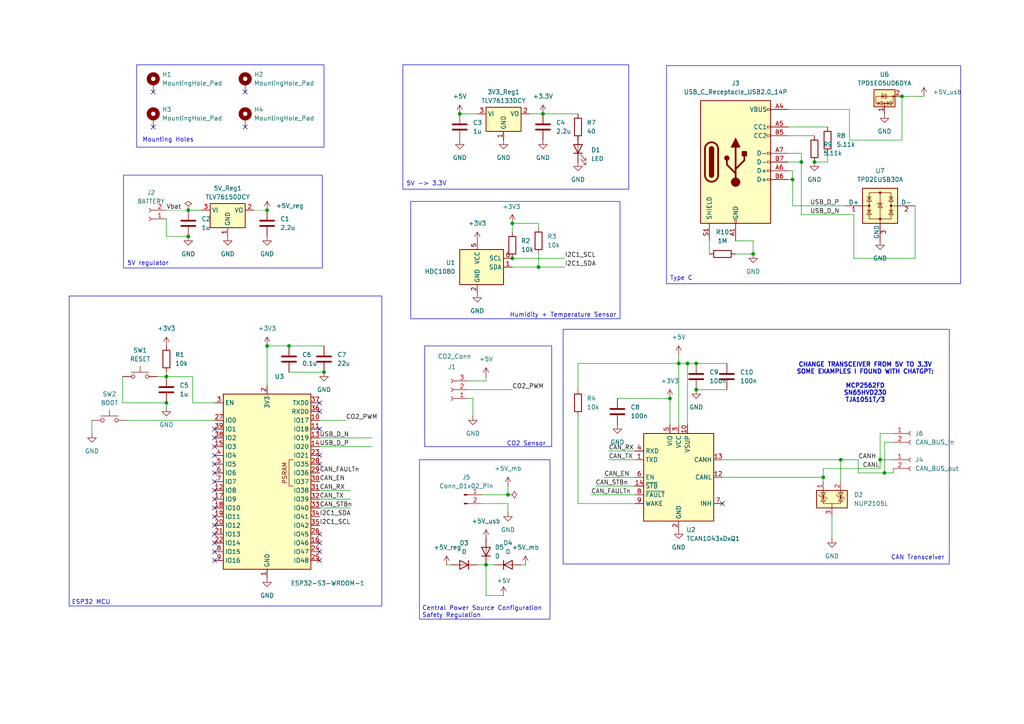
<source format=kicad_sch>
(kicad_sch (version 20231120) (generator "eeschema") (generator_version "8.0")
  (paper "A4")
  (lib_symbols
    (symbol "Connector:Conn_01x02_Pin" (pin_names (offset 1.016) hide)
      (property "Reference" "J" (at 0 2.54 0))
      (property "Value" "Conn_01x02_Pin" (at 0 -5.08 0))
      (symbol "Conn_01x02_Pin_1_1"
        (pin passive line (at 5.08 0 180) (length 3.81) (name "Pin_1") (number "1"))
        (pin passive line (at 5.08 -2.54 180) (length 3.81) (name "Pin_2") (number "2"))
      )
    )
    (symbol "Connector:Conn_01x02_Socket" (pin_names (offset 1.016) hide)
      (property "Reference" "J" (at 0 2.54 0))
      (property "Value" "Conn_01x02_Socket" (at 0 -5.08 0))
      (symbol "Conn_01x02_Socket_1_1"
        (pin passive line (at -5.08 0 0) (length 3.81) (name "Pin_1") (number "1"))
        (pin passive line (at -5.08 -2.54 0) (length 3.81) (name "Pin_2") (number "2"))
      )
    )
    (symbol "Connector:Conn_01x03_Socket" (pin_names (offset 1.016) hide)
      (property "Reference" "J" (at 0 5.08 0))
      (property "Value" "Conn_01x03_Socket" (at 0 -5.08 0))
      (symbol "Conn_01x03_Socket_1_1"
        (pin passive line (at -5.08 2.54 0) (length 3.81) (name "Pin_1") (number "1"))
        (pin passive line (at -5.08 0 0) (length 3.81) (name "Pin_2") (number "2"))
        (pin passive line (at -5.08 -2.54 0) (length 3.81) (name "Pin_3") (number "3"))
      )
    )
    (symbol "Connector:USB_C_Receptacle_USB2.0_14P" (pin_names (offset 1.016))
      (property "Reference" "J" (at 0 22.225 0))
      (property "Value" "USB_C_Receptacle_USB2.0_14P" (at 0 19.685 0))
      (symbol "USB_C_Receptacle_USB2.0_14P_1_1"
        (pin passive line (at 0 -22.86 90) (length 5.08) (name "GND") (number "A1"))
        (pin passive line (at 0 -22.86 90) (length 5.08) hide (name "GND") (number "A12"))
        (pin passive line (at 15.24 15.24 180) (length 5.08) (name "VBUS") (number "A4"))
        (pin bidirectional line (at 15.24 10.16 180) (length 5.08) (name "CC1") (number "A5"))
        (pin bidirectional line (at 15.24 -2.54 180) (length 5.08) (name "D+") (number "A6"))
        (pin bidirectional line (at 15.24 2.54 180) (length 5.08) (name "D-") (number "A7"))
        (pin passive line (at 15.24 15.24 180) (length 5.08) hide (name "VBUS") (number "A9"))
        (pin passive line (at 0 -22.86 90) (length 5.08) hide (name "GND") (number "B1"))
        (pin passive line (at 0 -22.86 90) (length 5.08) hide (name "GND") (number "B12"))
        (pin passive line (at 15.24 15.24 180) (length 5.08) hide (name "VBUS") (number "B4"))
        (pin bidirectional line (at 15.24 7.62 180) (length 5.08) (name "CC2") (number "B5"))
        (pin bidirectional line (at 15.24 -5.08 180) (length 5.08) (name "D+") (number "B6"))
        (pin bidirectional line (at 15.24 0 180) (length 5.08) (name "D-") (number "B7"))
        (pin passive line (at 15.24 15.24 180) (length 5.08) hide (name "VBUS") (number "B9"))
        (pin passive line (at -7.62 -22.86 90) (length 5.08) (name "SHIELD") (number "S1"))
      )
    )
    (symbol "Device:C" (pin_numbers hide) (pin_names (offset 0.254))
      (property "Reference" "C" (at 0.635 2.54 0))
      (property "Value" "C" (at 0.635 -2.54 0))
      (symbol "C_1_1"
        (pin passive line (at 0 3.81 270) (length 2.794) (name "~") (number "1"))
        (pin passive line (at 0 -3.81 90) (length 2.794) (name "~") (number "2"))
      )
    )
    (symbol "Device:D" (pin_numbers hide) (pin_names (offset 1.016) hide)
      (property "Reference" "D" (at 0 2.54 0))
      (property "Value" "D" (at 0 -2.54 0))
      (symbol "D_1_1"
        (pin passive line (at -3.81 0 0) (length 2.54) (name "K") (number "1"))
        (pin passive line (at 3.81 0 180) (length 2.54) (name "A") (number "2"))
      )
    )
    (symbol "Device:LED" (pin_numbers hide) (pin_names (offset 1.016) hide)
      (property "Reference" "D" (at 0 2.54 0))
      (property "Value" "LED" (at 0 -2.54 0))
      (symbol "LED_1_1"
        (pin passive line (at -3.81 0 0) (length 2.54) (name "K") (number "1"))
        (pin passive line (at 3.81 0 180) (length 2.54) (name "A") (number "2"))
      )
    )
    (symbol "Device:R" (pin_numbers hide) (pin_names (offset 0))
      (property "Reference" "R" (at 2.032 0 90))
      (property "Value" "R" (at 0 0 90))
      (symbol "R_1_1"
        (pin passive line (at 0 3.81 270) (length 1.27) (name "~") (number "1"))
        (pin passive line (at 0 -3.81 90) (length 1.27) (name "~") (number "2"))
      )
    )
    (symbol "Interface_CAN_LIN:TCAN1043xDxQ1"
      (property "Reference" "U" (at -10.16 13.97 0))
      (property "Value" "TCAN1043xDxQ1" (at 3.81 13.97 0))
      (symbol "TCAN1043xDxQ1_1_1"
        (pin input line (at -12.7 5.08 0) (length 2.54) (name "TXD") (number "1"))
        (pin power_in line (at 2.54 15.24 270) (length 2.54) (name "VSUP") (number "10"))
        (pin no_connect line (at 10.16 -10.16 180) (length 2.54) hide (name "NC") (number "11"))
        (pin bidirectional line (at 12.7 0 180) (length 2.54) (name "CANL") (number "12"))
        (pin bidirectional line (at 12.7 5.08 180) (length 2.54) (name "CANH") (number "13"))
        (pin input line (at -12.7 -2.54 0) (length 2.54) (name "~{STB}") (number "14"))
        (pin power_in line (at 0 -15.24 90) (length 2.54) (name "GND") (number "2"))
        (pin power_in line (at 0 15.24 270) (length 2.54) (name "VCC") (number "3"))
        (pin output line (at -12.7 7.62 0) (length 2.54) (name "RXD") (number "4"))
        (pin power_in line (at -2.54 15.24 270) (length 2.54) (name "VIO") (number "5"))
        (pin input line (at -12.7 0 0) (length 2.54) (name "EN") (number "6"))
        (pin open_emitter line (at 12.7 -7.62 180) (length 2.54) (name "INH") (number "7"))
        (pin output line (at -12.7 -5.08 0) (length 2.54) (name "~{FAULT}") (number "8"))
        (pin input line (at -12.7 -7.62 0) (length 2.54) (name "WAKE") (number "9"))
      )
    )
    (symbol "Mechanical:MountingHole_Pad" (pin_numbers hide) (pin_names (offset 1.016) hide) (exclude_from_sim yes) (in_bom no)
      (property "Reference" "H" (at 0 6.35 0))
      (property "Value" "MountingHole_Pad" (at 0 4.445 0))
      (symbol "MountingHole_Pad_1_1"
        (pin input line (at 0 -2.54 90) (length 2.54) (name "1") (number "1"))
      )
    )
    (symbol "Power_Protection:NUP2105L" (pin_names hide)
      (property "Reference" "D" (at 5.715 2.54 0))
      (property "Value" "NUP2105L" (at 5.715 0.635 0))
      (symbol "NUP2105L_0_0"
        (pin passive line (at 0 -5.08 90) (length 2.54) (name "A") (number "3"))
      )
      (symbol "NUP2105L_1_1"
        (pin passive line (at -2.54 5.08 270) (length 2.54) (name "K") (number "1"))
        (pin passive line (at 2.54 5.08 270) (length 2.54) (name "K") (number "2"))
      )
    )
    (symbol "Power_Protection:TPD1E05U06DYA" (pin_names (offset 0) hide)
      (property "Reference" "U" (at -2.54 3.175 0))
      (property "Value" "TPD1E05U06DYA" (at 1.27 3.175 0))
      (symbol "TPD1E05U06DYA_1_1"
        (pin passive line (at 0 -5.08 90) (length 2.54) (name "I/O") (number "1"))
        (pin power_in line (at 5.08 0 180) (length 2.54) (name "GND") (number "2"))
      )
    )
    (symbol "Power_Protection:TPD2EUSB30A" (pin_names (offset 0))
      (property "Reference" "U" (at 0 6.35 0))
      (property "Value" "TPD2EUSB30A" (at 7.62 -7.62 0))
      (symbol "TPD2EUSB30A_1_1"
        (pin passive line (at -10.16 0 0) (length 5.08) (name "D+") (number "1"))
        (pin passive line (at 10.16 0 180) (length 5.08) (name "D-") (number "2"))
        (pin passive line (at 0 -10.16 90) (length 5.08) (name "GND") (number "3"))
      )
    )
    (symbol "RF_Module:ESP32-S3-WROOM-1"
      (property "Reference" "U" (at -12.7 26.67 0))
      (property "Value" "ESP32-S3-WROOM-1" (at 12.7 26.67 0))
      (symbol "ESP32-S3-WROOM-1_0_0"
        (text "PSRAM" (at 5.08 2.54 900) (effects (font (size 1.27 1.27))))
      )
      (symbol "ESP32-S3-WROOM-1_1_1"
        (pin power_in line (at 0 -27.94 90) (length 2.54) (name "GND") (number "1"))
        (pin bidirectional line (at 15.24 17.78 180) (length 2.54) (name "IO17") (number "10"))
        (pin bidirectional line (at 15.24 15.24 180) (length 2.54) (name "IO18") (number "11"))
        (pin bidirectional line (at -15.24 -2.54 0) (length 2.54) (name "IO8") (number "12"))
        (pin bidirectional line (at 15.24 12.7 180) (length 2.54) (name "IO19") (number "13"))
        (pin bidirectional line (at 15.24 10.16 180) (length 2.54) (name "IO20") (number "14"))
        (pin bidirectional line (at -15.24 10.16 0) (length 2.54) (name "IO3") (number "15"))
        (pin bidirectional line (at 15.24 -17.78 180) (length 2.54) (name "IO46") (number "16"))
        (pin bidirectional line (at -15.24 -5.08 0) (length 2.54) (name "IO9") (number "17"))
        (pin bidirectional line (at -15.24 -7.62 0) (length 2.54) (name "IO10") (number "18"))
        (pin bidirectional line (at -15.24 -10.16 0) (length 2.54) (name "IO11") (number "19"))
        (pin power_in line (at 0 27.94 270) (length 2.54) (name "3V3") (number "2"))
        (pin bidirectional line (at -15.24 -12.7 0) (length 2.54) (name "IO12") (number "20"))
        (pin bidirectional line (at -15.24 -15.24 0) (length 2.54) (name "IO13") (number "21"))
        (pin bidirectional line (at -15.24 -17.78 0) (length 2.54) (name "IO14") (number "22"))
        (pin bidirectional line (at 15.24 7.62 180) (length 2.54) (name "IO21") (number "23"))
        (pin bidirectional line (at 15.24 -20.32 180) (length 2.54) (name "IO47") (number "24"))
        (pin bidirectional line (at 15.24 -22.86 180) (length 2.54) (name "IO48") (number "25"))
        (pin bidirectional line (at 15.24 -15.24 180) (length 2.54) (name "IO45") (number "26"))
        (pin bidirectional line (at -15.24 17.78 0) (length 2.54) (name "IO0") (number "27"))
        (pin bidirectional line (at 15.24 5.08 180) (length 2.54) (name "IO35") (number "28"))
        (pin bidirectional line (at 15.24 2.54 180) (length 2.54) (name "IO36") (number "29"))
        (pin input line (at -15.24 22.86 0) (length 2.54) (name "EN") (number "3"))
        (pin bidirectional line (at 15.24 0 180) (length 2.54) (name "IO37") (number "30"))
        (pin bidirectional line (at 15.24 -2.54 180) (length 2.54) (name "IO38") (number "31"))
        (pin bidirectional line (at 15.24 -5.08 180) (length 2.54) (name "IO39") (number "32"))
        (pin bidirectional line (at 15.24 -7.62 180) (length 2.54) (name "IO40") (number "33"))
        (pin bidirectional line (at 15.24 -10.16 180) (length 2.54) (name "IO41") (number "34"))
        (pin bidirectional line (at 15.24 -12.7 180) (length 2.54) (name "IO42") (number "35"))
        (pin bidirectional line (at 15.24 20.32 180) (length 2.54) (name "RXD0") (number "36"))
        (pin bidirectional line (at 15.24 22.86 180) (length 2.54) (name "TXD0") (number "37"))
        (pin bidirectional line (at -15.24 12.7 0) (length 2.54) (name "IO2") (number "38"))
        (pin bidirectional line (at -15.24 15.24 0) (length 2.54) (name "IO1") (number "39"))
        (pin bidirectional line (at -15.24 7.62 0) (length 2.54) (name "IO4") (number "4"))
        (pin passive line (at 0 -27.94 90) (length 2.54) hide (name "GND") (number "40"))
        (pin passive line (at 0 -27.94 90) (length 2.54) hide (name "GND") (number "41"))
        (pin bidirectional line (at -15.24 5.08 0) (length 2.54) (name "IO5") (number "5"))
        (pin bidirectional line (at -15.24 2.54 0) (length 2.54) (name "IO6") (number "6"))
        (pin bidirectional line (at -15.24 0 0) (length 2.54) (name "IO7") (number "7"))
        (pin bidirectional line (at -15.24 -20.32 0) (length 2.54) (name "IO15") (number "8"))
        (pin bidirectional line (at -15.24 -22.86 0) (length 2.54) (name "IO16") (number "9"))
      )
    )
    (symbol "Regulator_Linear:TLV76133DCY"
      (property "Reference" "U" (at -7.62 6.35 0))
      (property "Value" "TLV76133DCY" (at -1.27 6.35 0))
      (symbol "TLV76133DCY_1_1"
        (pin power_in line (at 0 -7.62 90) (length 2.54) (name "GND") (number "1"))
        (pin power_out line (at 7.62 0 180) (length 2.54) (name "VO") (number "2"))
        (pin power_in line (at -7.62 0 0) (length 2.54) (name "VI") (number "3"))
      )
    )
    (symbol "Regulator_Linear:TLV76150DCY"
      (property "Reference" "U" (at -7.62 6.35 0))
      (property "Value" "TLV76150DCY" (at -1.27 6.35 0))
      (symbol "TLV76150DCY_1_1"
        (pin power_in line (at 0 -7.62 90) (length 2.54) (name "GND") (number "1"))
        (pin power_out line (at 7.62 0 180) (length 2.54) (name "VO") (number "2"))
        (pin power_in line (at -7.62 0 0) (length 2.54) (name "VI") (number "3"))
      )
    )
    (symbol "Sensor_Humidity:HDC1080"
      (property "Reference" "U" (at -6.35 6.35 0))
      (property "Value" "HDC1080" (at 3.81 6.35 0))
      (symbol "HDC1080_1_1"
        (pin bidirectional line (at 7.62 0 180) (length 2.54) (name "SDA") (number "1"))
        (pin power_in line (at -2.54 -7.62 90) (length 2.54) (name "GND") (number "2"))
        (pin no_connect line (at -7.62 0 0) (length 2.54) hide (name "NC") (number "3"))
        (pin no_connect line (at -7.62 -2.54 0) (length 2.54) hide (name "NC") (number "4"))
        (pin power_in line (at -2.54 7.62 270) (length 2.54) (name "VCC") (number "5"))
        (pin input line (at 7.62 2.54 180) (length 2.54) (name "SCL") (number "6"))
        (pin no_connect line (at -7.62 2.54 0) (length 2.54) hide (name "DAP") (number "7"))
      )
    )
    (symbol "Switch:SW_Push" (pin_numbers hide) (pin_names (offset 1.016) hide)
      (property "Reference" "SW" (at 1.27 2.54 0))
      (property "Value" "SW_Push" (at 0 -1.524 0))
      (symbol "SW_Push_0_1"
        (pin passive line (at -5.08 0 0) (length 2.54) (name "1") (number "1"))
        (pin passive line (at 5.08 0 180) (length 2.54) (name "2") (number "2"))
      )
    )
    (symbol "power:+3.3V" (power) (pin_numbers hide) (pin_names (offset 0) hide)
      (property "Value" "+3.3V" (at 0 3.556 0))
      (symbol "+3.3V_1_1"
        (pin power_in line (at 0 0 90) (length 0) (name "~") (number "1"))
      )
    )
    (symbol "power:+3.3VA" (power) (pin_numbers hide) (pin_names (offset 0) hide)
      (property "Value" "+3.3VA" (at 0 3.556 0))
      (symbol "+3.3VA_1_1"
        (pin power_in line (at 0 0 90) (length 0) (name "~") (number "1"))
      )
    )
    (symbol "power:+3V3" (power) (pin_numbers hide) (pin_names (offset 0) hide)
      (property "Value" "+3V3" (at 0 3.556 0))
      (symbol "+3V3_1_1"
        (pin power_in line (at 0 0 90) (length 0) (name "~") (number "1"))
      )
    )
    (symbol "power:+5V" (power) (pin_numbers hide) (pin_names (offset 0) hide)
      (property "Value" "+5V" (at 0 3.556 0))
      (symbol "+5V_1_1"
        (pin power_in line (at 0 0 90) (length 0) (name "~") (number "1"))
      )
    )
    (symbol "power:GND" (power) (pin_numbers hide) (pin_names (offset 0) hide)
      (property "Value" "GND" (at 0 -3.81 0))
      (symbol "GND_1_1"
        (pin power_in line (at 0 0 270) (length 0) (name "~") (number "1"))
      )
    )
    (symbol "power:PWR_FLAG" (power) (pin_numbers hide) (pin_names (offset 0) hide)
      (property "Value" "PWR_FLAG" (at 0 3.81 0))
      (symbol "PWR_FLAG_0_0"
        (pin power_out line (at 0 0 90) (length 0) (name "~") (number "1"))
      )
    )
  )
  (junction (at 229.87 52.07))
  (junction (at 148.59 64.77))
  (junction (at 93.98 107.95))
  (junction (at 148.59 74.93))
  (junction (at 199.39 105.41))
  (junction (at 201.93 113.03))
  (junction (at 236.22 46.99))
  (junction (at 54.61 60.96))
  (junction (at 238.76 138.43))
  (junction (at 140.97 163.83))
  (junction (at 54.61 68.58))
  (junction (at 255.27 133.35))
  (junction (at 77.47 100.33))
  (junction (at 243.84 133.35))
  (junction (at 194.31 115.57))
  (junction (at 201.93 105.41))
  (junction (at 156.21 77.47))
  (junction (at 133.35 33.02))
  (junction (at 77.47 60.96))
  (junction (at 83.82 100.33))
  (junction (at 196.85 105.41))
  (junction (at 48.26 116.84))
  (junction (at 232.41 46.99))
  (junction (at 218.44 73.66))
  (junction (at 256.54 137.16))
  (junction (at 261.62 27.94))
  (junction (at 48.26 109.22))
  (junction (at 147.32 143.51))
  (junction (at 157.48 33.02))
  (no_connect (at 62.23 149.86))
  (no_connect (at 92.71 162.56))
  (no_connect (at 44.45 36.83))
  (no_connect (at 92.71 116.84))
  (no_connect (at 92.71 119.38))
  (no_connect (at 62.23 162.56))
  (no_connect (at 62.23 147.32))
  (no_connect (at 71.12 36.83))
  (no_connect (at 62.23 139.7))
  (no_connect (at 44.45 26.67))
  (no_connect (at 62.23 137.16))
  (no_connect (at 92.71 154.94))
  (no_connect (at 62.23 154.94))
  (no_connect (at 92.71 160.02))
  (no_connect (at 71.12 26.67))
  (no_connect (at 92.71 134.62))
  (no_connect (at 62.23 144.78))
  (no_connect (at 92.71 157.48))
  (no_connect (at 62.23 157.48))
  (no_connect (at 62.23 132.08))
  (no_connect (at 62.23 152.4))
  (no_connect (at 92.71 124.46))
  (no_connect (at 62.23 127))
  (no_connect (at 62.23 124.46))
  (no_connect (at 62.23 160.02))
  (no_connect (at 62.23 142.24))
  (no_connect (at 209.55 146.05))
  (no_connect (at 62.23 129.54))
  (no_connect (at 92.71 132.08))
  (no_connect (at 62.23 134.62))
  (wire (pts (xy 92.71 147.32) (xy 101.6 147.32)))
  (wire (pts (xy 73.66 60.96) (xy 77.47 60.96)) (stroke (width 0.0203)))
  (wire (pts (xy 140.97 163.83) (xy 140.97 172.72)))
  (wire (pts (xy 259.08 135.89) (xy 259.08 137.16)))
  (wire (pts (xy 92.71 127) (xy 107.95 127)))
  (wire (pts (xy 148.59 64.77) (xy 156.21 64.77)))
  (wire (pts (xy 213.36 69.85) (xy 218.44 69.85)))
  (wire (pts (xy 55.88 116.84) (xy 62.23 116.84)))
  (wire (pts (xy 228.6 36.83) (xy 240.03 36.83)))
  (wire (pts (xy 151.13 163.83) (xy 152.4 163.83)))
  (wire (pts (xy 228.6 52.07) (xy 229.87 52.07)))
  (wire (pts (xy 248.92 133.35) (xy 248.92 137.16)))
  (wire (pts (xy 232.41 62.23) (xy 247.65 62.23)))
  (wire (pts (xy 48.26 60.96) (xy 54.61 60.96)) (stroke (width 0.0203)))
  (wire (pts (xy 259.08 133.35) (xy 255.27 133.35)))
  (wire (pts (xy 83.82 100.33) (xy 93.98 100.33)))
  (wire (pts (xy 140.97 163.83) (xy 143.51 163.83)))
  (wire (pts (xy 167.64 39.37) (xy 167.64 40.64)))
  (wire (pts (xy 194.31 115.57) (xy 194.31 123.19)))
  (wire (pts (xy 55.88 109.22) (xy 55.88 116.84)))
  (wire (pts (xy 157.48 33.02) (xy 167.64 33.02)))
  (wire (pts (xy 228.6 46.99) (xy 232.41 46.99)))
  (wire (pts (xy 148.59 64.77) (xy 148.59 67.31)))
  (wire (pts (xy 167.64 146.05) (xy 184.15 146.05)))
  (wire (pts (xy 209.55 138.43) (xy 238.76 138.43)))
  (wire (pts (xy 140.97 110.49) (xy 140.97 109.22)))
  (wire (pts (xy 232.41 44.45) (xy 232.41 46.99)))
  (wire (pts (xy 172.72 140.97) (xy 184.15 140.97)))
  (wire (pts (xy 133.35 33.02) (xy 138.43 33.02)))
  (wire (pts (xy 238.76 138.43) (xy 238.76 139.7)))
  (wire (pts (xy 228.6 44.45) (xy 232.41 44.45)))
  (wire (pts (xy 135.89 110.49) (xy 140.97 110.49)))
  (wire (pts (xy 228.6 49.53) (xy 229.87 49.53)))
  (wire (pts (xy 256.54 128.27) (xy 256.54 137.16)))
  (wire (pts (xy 45.72 109.22) (xy 48.26 109.22)))
  (wire (pts (xy 35.56 116.84) (xy 48.26 116.84)))
  (wire (pts (xy 196.85 102.87) (xy 196.85 105.41)))
  (wire (pts (xy 261.62 27.94) (xy 267.97 27.94)))
  (wire (pts (xy 218.44 69.85) (xy 218.44 73.66)))
  (wire (pts (xy 179.07 115.57) (xy 194.31 115.57)))
  (wire (pts (xy 205.74 69.85) (xy 205.74 73.66)))
  (wire (pts (xy 77.47 100.33) (xy 77.47 111.76)))
  (wire (pts (xy 243.84 133.35) (xy 248.92 133.35)))
  (wire (pts (xy 255.27 133.35) (xy 255.27 135.89)))
  (wire (pts (xy 246.38 31.75) (xy 228.6 31.75)))
  (wire (pts (xy 137.16 115.57) (xy 137.16 120.65)))
  (wire (pts (xy 36.83 121.92) (xy 62.23 121.92)))
  (wire (pts (xy 139.7 146.05) (xy 147.32 146.05)))
  (wire (pts (xy 135.89 113.03) (xy 148.59 113.03)))
  (wire (pts (xy 201.93 113.03) (xy 210.82 113.03)))
  (wire (pts (xy 232.41 46.99) (xy 232.41 62.23)))
  (wire (pts (xy 156.21 77.47) (xy 163.83 77.47)))
  (wire (pts (xy 135.89 115.57) (xy 137.16 115.57)))
  (wire (pts (xy 201.93 105.41) (xy 210.82 105.41)))
  (wire (pts (xy 146.05 172.72) (xy 140.97 172.72)))
  (wire (pts (xy 261.62 40.64) (xy 261.62 27.94)))
  (wire (pts (xy 246.38 40.64) (xy 246.38 31.75)))
  (wire (pts (xy 139.7 143.51) (xy 147.32 143.51)))
  (wire (pts (xy 238.76 135.89) (xy 238.76 138.43)))
  (wire (pts (xy 240.03 46.99) (xy 236.22 46.99)))
  (wire (pts (xy 171.45 143.51) (xy 184.15 143.51)))
  (wire (pts (xy 167.64 105.41) (xy 196.85 105.41)))
  (wire (pts (xy 156.21 66.04) (xy 156.21 64.77)))
  (wire (pts (xy 243.84 139.7) (xy 243.84 133.35)))
  (wire (pts (xy 167.64 113.03) (xy 167.64 105.41)))
  (wire (pts (xy 92.71 129.54) (xy 107.95 129.54)))
  (wire (pts (xy 48.26 68.58) (xy 54.61 68.58)))
  (wire (pts (xy 48.26 109.22) (xy 55.88 109.22)))
  (wire (pts (xy 92.71 144.78) (xy 101.6 144.78)))
  (wire (pts (xy 148.59 74.93) (xy 163.83 74.93)))
  (wire (pts (xy 138.43 163.83) (xy 140.97 163.83)))
  (wire (pts (xy 26.67 121.92) (xy 26.67 125.73)))
  (wire (pts (xy 259.08 125.73) (xy 255.27 125.73)))
  (wire (pts (xy 92.71 142.24) (xy 101.6 142.24)))
  (wire (pts (xy 246.38 40.64) (xy 261.62 40.64)))
  (wire (pts (xy 209.55 133.35) (xy 243.84 133.35)))
  (wire (pts (xy 229.87 59.69) (xy 245.11 59.69)))
  (wire (pts (xy 228.6 39.37) (xy 236.22 39.37)))
  (wire (pts (xy 247.65 74.93) (xy 265.43 74.93)))
  (wire (pts (xy 148.59 77.47) (xy 156.21 77.47)))
  (wire (pts (xy 176.53 133.35) (xy 184.15 133.35)))
  (wire (pts (xy 196.85 105.41) (xy 196.85 123.19)))
  (wire (pts (xy 265.43 74.93) (xy 265.43 59.69)))
  (wire (pts (xy 167.64 120.65) (xy 167.64 146.05)))
  (wire (pts (xy 255.27 125.73) (xy 255.27 133.35)))
  (wire (pts (xy 213.36 73.66) (xy 218.44 73.66)))
  (wire (pts (xy 229.87 49.53) (xy 229.87 52.07)))
  (wire (pts (xy 48.26 116.84) (xy 48.26 118.11)))
  (wire (pts (xy 176.53 130.81) (xy 184.15 130.81)))
  (wire (pts (xy 77.47 100.33) (xy 83.82 100.33)))
  (wire (pts (xy 83.82 107.95) (xy 93.98 107.95)))
  (wire (pts (xy 240.03 44.45) (xy 240.03 46.99)))
  (wire (pts (xy 156.21 73.66) (xy 156.21 77.47)))
  (wire (pts (xy 175.26 138.43) (xy 184.15 138.43)))
  (wire (pts (xy 259.08 128.27) (xy 256.54 128.27)))
  (wire (pts (xy 241.3 156.21) (xy 241.3 149.86)))
  (wire (pts (xy 229.87 52.07) (xy 229.87 59.69)))
  (wire (pts (xy 147.32 140.97) (xy 147.32 143.51)))
  (wire (pts (xy 48.26 107.95) (xy 48.26 109.22)))
  (wire (pts (xy 129.54 163.83) (xy 130.81 163.83)))
  (wire (pts (xy 153.67 33.02) (xy 157.48 33.02)))
  (wire (pts (xy 199.39 105.41) (xy 201.93 105.41)))
  (wire (pts (xy 199.39 123.19) (xy 199.39 105.41)))
  (wire (pts (xy 147.32 148.59) (xy 147.32 146.05)))
  (wire (pts (xy 54.61 60.96) (xy 58.42 60.96)))
  (wire (pts (xy 92.71 121.92) (xy 100.33 121.92)))
  (wire (pts (xy 256.54 137.16) (xy 248.92 137.16)))
  (wire (pts (xy 259.08 137.16) (xy 256.54 137.16)))
  (wire (pts (xy 247.65 62.23) (xy 247.65 74.93)))
  (wire (pts (xy 48.26 63.5) (xy 48.26 68.58)))
  (wire (pts (xy 199.39 105.41) (xy 196.85 105.41)))
  (wire (pts (xy 238.76 135.89) (xy 255.27 135.89)))
  (wire (pts (xy 35.56 109.22) (xy 35.56 116.84)))
  (rectangle (start 123.19 100.33) (end 160.02 129.54))
  (rectangle (start 119.126 58.42) (end 179.832 92.456))
  (rectangle (start 39.624 18.796) (end 93.98 42.672))
  (rectangle (start 121.666 133.35) (end 159.512 179.578))
  (rectangle (start 116.84 18.796) (end 182.372 54.864))
  (rectangle (start 193.294 19.05) (end 278.638 82.296))
  (rectangle (start 35.814 50.8) (end 93.472 77.724))
  (rectangle (start 20.066 85.852) (end 110.744 175.768))
  (rectangle (start 163.322 95.504) (end 275.336 163.576))
  (text "Mounting Holes\n\n" (at 48.768 41.656 0) (effects (font (size 1.27 1.27))))
  (text "ESP32 MCU" (at 26.416 174.752 0) (effects (font (size 1.27 1.27))))
  (text "Type C\n" (at 197.612 80.772 0) (effects (font (size 1.27 1.27))))
  (text "CAN Transceiver\n" (at 266.192 161.798 0) (effects (font (size 1.27 1.27))))
  (text "Humidity + Temperature Sensor\n" (at 163.322 91.44 0) (effects (font (size 1.27 1.27))))
  (text "5V -> 3.3V\n" (at 123.698 53.34 0) (effects (font (size 1.27 1.27))))
  (text "CO2 Sensor" (at 152.654 128.778 0) (effects (font (size 1.27 1.27))))
  (text "5V regulator" (at 42.926 76.454 0) (effects (font (size 1.27 1.27))))
  (text "CHANGE TRANSCEIVER FROM 5V TO 3.3V\nSOME EXAMPLES I FOUND WITH CHATGPT:\n\nMCP2562FD\nSN65HVD230\nTJA1051T/3" (at 250.952 110.998 0) (effects (font (size 1.27 1.27) (thickness 0.254) (bold yes))))
  (text "Central Power Source Configuration\nSafety Regulation\n" (at 122.428 177.546 0) (effects (font (size 1.27 1.27)) (justify left)))
  (label "I2C1_SCL" (at 92.71 152.4 0))
  (label "CAN_STBn" (at 92.71 147.32 0))
  (label "CAN_EN" (at 92.71 139.7 0))
  (label "Vbat" (at 48.26 60.96 0))
  (label "USB_D_N" (at 234.95 62.23 0))
  (label "CAN_RX" (at 176.53 130.81 0))
  (label "CO2_PWM" (at 100.33 121.92 0))
  (label "CAN_EN" (at 175.26 138.43 0))
  (label "CAN_STBn" (at 172.72 140.97 0))
  (label "USB_D_N" (at 92.71 127 0))
  (label "USB_D_P" (at 92.71 129.54 0))
  (label "CANH" (at 248.92 133.35 0))
  (label "I2C1_SDA" (at 163.83 77.47 0))
  (label "CO2_PWM" (at 148.59 113.03 0))
  (label "CAN_RX" (at 92.71 142.24 0))
  (label "I2C1_SDA" (at 92.71 149.86 0))
  (label "USB_D_P" (at 234.95 59.69 0))
  (label "CAN_TX" (at 92.71 144.78 0))
  (label "I2C1_SCL" (at 163.83 74.93 0))
  (label "CAN_FAULTn" (at 92.71 137.16 0))
  (label "CANL" (at 250.19 135.89 0))
  (label "CAN_TX" (at 176.53 133.35 0))
  (label "CAN_FAULTn" (at 171.45 143.51 0))
  (symbol (lib_id "power:+3.3VA") (at 140.97 156.21 0) (mirror y) (unit 1)
    (property "Reference" "#PWR038" (effects (hide yes)))
    (property "Value" "+5V_usb" (at 140.97 151.13 0))
    (property "Description" "Power symbol creates a global label with name \"+3.3VA\"" (effects (hide yes)))
  )
  (symbol (lib_id "Mechanical:MountingHole_Pad") (at 44.45 34.29 0) (unit 1) (exclude_from_sim yes) (in_bom no)
    (property "Reference" "H3" (at 46.99 31.7499 0) (effects (justify left)))
    (property "Value" "MountingHole_Pad" (at 46.99 34.2899 0) (effects (justify left)))
    (property "Footprint" "MountingHole:MountingHole_2.7mm_M2.5" (effects (hide yes)))
    (property "Description" "Mounting Hole with connection" (effects (hide yes)))
  )
  (symbol (lib_id "power:GND") (at 241.3 156.21 0) (unit 1)
    (property "Reference" "#PWR029" (effects (hide yes)))
    (property "Value" "GND" (at 241.3 161.29 0))
    (property "Description" "Power symbol creates a global label with name \"GND\" , ground" (effects (hide yes)))
  )
  (symbol (lib_id "power:+5V") (at 133.35 33.02 0) (unit 1)
    (property "Reference" "#PWR010" (effects (hide yes)))
    (property "Value" "+5V" (at 133.35 27.94 0))
    (property "Description" "Power symbol creates a global label with name \"+5V\"" (effects (hide yes)))
  )
  (symbol (lib_id "power:GND") (at 77.47 167.64 0) (unit 1)
    (property "Reference" "#PWR015" (effects (hide yes)))
    (property "Value" "GND" (at 77.47 172.72 0))
    (property "Description" "Power symbol creates a global label with name \"GND\" , ground" (effects (hide yes)))
  )
  (symbol (lib_id "power:GND") (at 196.85 153.67 0) (unit 1)
    (property "Reference" "#PWR026" (effects (hide yes)))
    (property "Value" "GND" (at 196.85 158.75 0))
    (property "Description" "Power symbol creates a global label with name \"GND\" , ground" (effects (hide yes)))
  )
  (symbol (lib_id "power:GND") (at 201.93 113.03 0) (unit 1)
    (property "Reference" "#PWR028" (effects (hide yes)))
    (property "Value" "GND" (at 201.93 118.11 0))
    (property "Description" "Power symbol creates a global label with name \"GND\" , ground" (effects (hide yes)))
  )
  (symbol (lib_id "Device:C") (at 201.93 109.22 0) (unit 1)
    (property "Reference" "C9" (at 205.74 107.9499 0) (effects (justify left)))
    (property "Value" "100n" (at 205.74 110.4899 0) (effects (justify left)))
    (property "Footprint" "Capacitor_SMD:C_0805_2012Metric_Pad1.18x1.45mm_HandSolder" (effects (hide yes)))
    (property "Description" "Unpolarized capacitor" (effects (hide yes)))
  )
  (symbol (lib_id "Connector:USB_C_Receptacle_USB2.0_14P") (at 213.36 46.99 0) (unit 1)
    (property "Reference" "J3" (at 213.36 24.13 0))
    (property "Value" "USB_C_Receptacle_USB2.0_14P" (at 213.36 26.67 0))
    (property "Footprint" "Connector_USB:USB_C_Receptacle_Amphenol_12401610E4-2A" (effects (hide yes)))
    (property "Datasheet" "https://www.usb.org/sites/default/files/documents/usb_type-c.zip" (effects (hide yes)))
    (property "Description" "USB 2.0-only 14P Type-C Receptacle connector" (effects (hide yes)))
  )
  (symbol (lib_id "Power_Protection:TPD2EUSB30A") (at 255.27 59.69 0) (unit 1)
    (property "Reference" "U7" (at 255.27 49.53 0))
    (property "Value" "TPD2EUSB30A" (at 255.27 52.07 0))
    (property "Footprint" "Package_TO_SOT_SMD:Texas_DRT-3" (effects (hide yes)))
    (property "Datasheet" "http://www.ti.com/lit/ds/symlink/tpd2eusb30a.pdf" (effects (hide yes)))
    (property "Description" "2-Channel ESD Protection for Super-Speed USB 3.0 Interface, DRT-3" (effects (hide yes)))
  )
  (symbol (lib_id "Device:D") (at 140.97 160.02 90) (unit 1)
    (property "Reference" "D5" (at 143.51 158.7499 90) (effects (justify right)))
    (property "Value" "D" (at 143.51 161.2899 90) (effects (justify right)))
    (property "Description" "Diode" (effects (hide yes)))
    (property "Sim.Device" "D" (effects (hide yes)))
    (property "Sim.Pins" "1=K 2=A" (effects (hide yes)))
  )
  (symbol (lib_id "power:GND") (at 133.35 40.64 0) (unit 1)
    (property "Reference" "#PWR07" (effects (hide yes)))
    (property "Value" "GND" (at 133.35 45.72 0))
    (property "Description" "Power symbol creates a global label with name \"GND\" , ground" (effects (hide yes)))
  )
  (symbol (lib_id "Mechanical:MountingHole_Pad") (at 44.45 24.13 0) (unit 1) (exclude_from_sim yes) (in_bom no)
    (property "Reference" "H1" (at 46.99 21.5899 0) (effects (justify left)))
    (property "Value" "MountingHole_Pad" (at 46.99 24.1299 0) (effects (justify left)))
    (property "Footprint" "MountingHole:MountingHole_2.7mm_M2.5" (effects (hide yes)))
    (property "Description" "Mounting Hole with connection" (effects (hide yes)))
  )
  (symbol (lib_id "Mechanical:MountingHole_Pad") (at 71.12 34.29 0) (unit 1) (exclude_from_sim yes) (in_bom no)
    (property "Reference" "H4" (at 73.66 31.7499 0) (effects (justify left)))
    (property "Value" "MountingHole_Pad" (at 73.66 34.2899 0) (effects (justify left)))
    (property "Footprint" "MountingHole:MountingHole_2.7mm_M2.5" (effects (hide yes)))
    (property "Description" "Mounting Hole with connection" (effects (hide yes)))
  )
  (symbol (lib_id "power:+3.3V") (at 129.54 163.83 0) (unit 1)
    (property "Reference" "#PWR036" (effects (hide yes)))
    (property "Value" "+5V_reg" (at 125.73 158.75 0) (effects (justify left)))
    (property "Description" "Power symbol creates a global label with name \"+3.3V\"" (effects (hide yes)))
  )
  (symbol (lib_id "Device:D") (at 147.32 163.83 0) (unit 1)
    (property "Reference" "D4" (at 147.32 157.48 0))
    (property "Value" "D" (at 147.32 160.02 0))
    (property "Description" "Diode" (effects (hide yes)))
    (property "Sim.Device" "D" (effects (hide yes)))
    (property "Sim.Pins" "1=K 2=A" (effects (hide yes)))
  )
  (symbol (lib_id "power:GND") (at 179.07 123.19 0) (unit 1)
    (property "Reference" "#PWR027" (effects (hide yes)))
    (property "Value" "GND" (at 179.07 128.27 0))
    (property "Description" "Power symbol creates a global label with name \"GND\" , ground" (effects (hide yes)))
  )
  (symbol (lib_id "Device:C") (at 54.61 64.77 0) (unit 1)
    (property "Reference" "C2" (at 58.42 63.4999 0) (effects (justify left)))
    (property "Value" "1u" (at 58.42 66.0399 0) (effects (justify left)))
    (property "Footprint" "Capacitor_SMD:C_0805_2012Metric_Pad1.18x1.45mm_HandSolder" (effects (hide yes)))
    (property "Description" "Unpolarized capacitor" (effects (hide yes)))
  )
  (symbol (lib_id "power:+3V3") (at 138.43 69.85 0) (unit 1)
    (property "Reference" "#PWR02" (effects (hide yes)))
    (property "Value" "+3V3" (at 138.43 64.77 0))
    (property "Description" "Power symbol creates a global label with name \"+3V3\"" (effects (hide yes)))
  )
  (symbol (lib_id "power:GND") (at 167.64 46.99 0) (unit 1)
    (property "Reference" "#PWR022" (effects (hide yes)))
    (property "Value" "GND" (at 167.64 52.07 0))
    (property "Description" "Power symbol creates a global label with name \"GND\" , ground" (effects (hide yes)))
  )
  (symbol (lib_id "power:+3.3VA") (at 147.32 140.97 0) (mirror y) (unit 1)
    (property "Reference" "#PWR033" (effects (hide yes)))
    (property "Value" "+5V_mb" (at 147.32 135.89 0))
    (property "Description" "Power symbol creates a global label with name \"+3.3VA\"" (effects (hide yes)))
  )
  (symbol (lib_id "power:GND") (at 77.47 68.58 0) (unit 1)
    (property "Reference" "#PWR05" (effects (hide yes)))
    (property "Value" "GND" (at 77.47 73.66 0))
    (property "Description" "Power symbol creates a global label with name \"GND\" , ground" (effects (hide yes)))
  )
  (symbol (lib_id "Power_Protection:NUP2105L") (at 241.3 144.78 0) (unit 1)
    (property "Reference" "D2" (at 247.65 143.5099 0) (effects (justify left)))
    (property "Value" "NUP2105L" (at 247.65 146.0499 0) (effects (justify left)))
    (property "Footprint" "Package_TO_SOT_SMD:SOT-23" (effects (hide yes)))
    (property "Datasheet" "https://www.onsemi.com/pub_link/Collateral/NUP2105L-D.PDF" (effects (hide yes)))
    (property "Description" "Dual Line CAN Bus Protector, 24Vrwm" (effects (hide yes)))
  )
  (symbol (lib_id "power:GND") (at 137.16 120.65 0) (unit 1)
    (property "Reference" "#PWR030" (effects (hide yes)))
    (property "Value" "GND" (at 137.16 125.73 0))
    (property "Description" "Power symbol creates a global label with name \"GND\" , ground" (effects (hide yes)))
  )
  (symbol (lib_id "Mechanical:MountingHole_Pad") (at 71.12 24.13 0) (unit 1) (exclude_from_sim yes) (in_bom no)
    (property "Reference" "H2" (at 73.66 21.5899 0) (effects (justify left)))
    (property "Value" "MountingHole_Pad" (at 73.66 24.1299 0) (effects (justify left)))
    (property "Footprint" "MountingHole:MountingHole_2.7mm_M2.5" (effects (hide yes)))
    (property "Description" "Mounting Hole with connection" (effects (hide yes)))
  )
  (symbol (lib_id "Device:R") (at 48.26 104.14 0) (unit 1)
    (property "Reference" "R1" (at 50.8 102.8699 0) (effects (justify left)))
    (property "Value" "10k" (at 50.8 105.4099 0) (effects (justify left)))
    (property "Footprint" "Resistor_SMD:R_0805_2012Metric_Pad1.20x1.40mm_HandSolder" (effects (hide yes)))
    (property "Description" "Resistor" (effects (hide yes)))
  )
  (symbol (lib_id "power:GND") (at 236.22 46.99 0) (unit 1)
    (property "Reference" "#PWR032" (effects (hide yes)))
    (property "Value" "GND" (at 236.22 52.07 0))
    (property "Description" "Power symbol creates a global label with name \"GND\" , ground" (effects (hide yes)))
  )
  (symbol (lib_id "Device:R") (at 156.21 69.85 0) (unit 1)
    (property "Reference" "R3" (at 158.75 68.5799 0) (effects (justify left)))
    (property "Value" "10k" (at 158.75 71.1199 0) (effects (justify left)))
    (property "Footprint" "Resistor_SMD:R_0805_2012Metric_Pad1.20x1.40mm_HandSolder" (effects (hide yes)))
    (property "Description" "Resistor" (effects (hide yes)))
  )
  (symbol (lib_id "Interface_CAN_LIN:TCAN1043xDxQ1") (at 196.85 138.43 0) (unit 1)
    (property "Reference" "U2" (at 199.0441 153.67 0) (effects (justify left)))
    (property "Value" "TCAN1043xDxQ1" (at 199.0441 156.21 0) (effects (justify left)))
    (property "Footprint" "Package_SO:SOIC-14_3.9x8.7mm_P1.27mm" (effects (hide yes)))
    (property "Datasheet" "http://www.ti.com/lit/ds/symlink/tcan1043-q1.pdf" (effects (hide yes)))
    (property "Description" "High-speed CAN-FD Transceiver with Sleep Mode, SOIC-14" (effects (hide yes)))
  )
  (symbol (lib_id "power:+3V3") (at 148.59 64.77 0) (unit 1)
    (property "Reference" "#PWR025" (effects (hide yes)))
    (property "Value" "+3V3" (at 148.336 59.944 0))
    (property "Description" "Power symbol creates a global label with name \"+3V3\"" (effects (hide yes)))
  )
  (symbol (lib_id "Device:C") (at 93.98 104.14 0) (unit 1)
    (property "Reference" "C7" (at 97.79 102.8699 0) (effects (justify left)))
    (property "Value" "22u" (at 97.79 105.4099 0) (effects (justify left)))
    (property "Footprint" "Capacitor_SMD:C_0805_2012Metric_Pad1.18x1.45mm_HandSolder" (effects (hide yes)))
    (property "Description" "Unpolarized capacitor" (effects (hide yes)))
  )
  (symbol (lib_id "Device:LED") (at 167.64 43.18 90) (unit 1)
    (property "Reference" "D1" (at 171.45 43.4974 90) (effects (justify right)))
    (property "Value" "LED" (at 171.45 46.0374 90) (effects (justify right)))
    (property "Footprint" "LED_SMD:LED_0805_2012Metric_Pad1.15x1.40mm_HandSolder" (effects (hide yes)))
    (property "Description" "Light emitting diode" (effects (hide yes)))
  )
  (symbol (lib_id "power:GND") (at 54.61 68.58 0) (unit 1)
    (property "Reference" "#PWR06" (effects (hide yes)))
    (property "Value" "GND" (at 54.61 73.66 0))
    (property "Description" "Power symbol creates a global label with name \"GND\" , ground" (effects (hide yes)))
  )
  (symbol (lib_id "power:+3V3") (at 77.47 100.33 0) (unit 1)
    (property "Reference" "#PWR012" (effects (hide yes)))
    (property "Value" "+3V3" (at 77.47 95.25 0))
    (property "Description" "Power symbol creates a global label with name \"+3V3\"" (effects (hide yes)))
  )
  (symbol (lib_id "Device:R") (at 240.03 40.64 0) (unit 1)
    (property "Reference" "R8" (at 242.57 39.3699 0) (effects (justify left)))
    (property "Value" "5.11k" (at 242.57 41.9099 0) (effects (justify left)))
    (property "Footprint" "Resistor_SMD:R_0805_2012Metric_Pad1.20x1.40mm_HandSolder" (effects (hide yes)))
    (property "Description" "Resistor" (effects (hide yes)))
  )
  (symbol (lib_id "power:GND") (at 48.26 118.11 0) (unit 1)
    (property "Reference" "#PWR014" (effects (hide yes)))
    (property "Value" "GND" (at 48.26 123.19 0))
    (property "Description" "Power symbol creates a global label with name \"GND\" , ground" (effects (hide yes)))
  )
  (symbol (lib_id "Connector:Conn_01x02_Socket") (at 264.16 133.35 0) (unit 1)
    (property "Reference" "J4" (at 265.43 133.3499 0) (effects (justify left)))
    (property "Value" "CAN_BUS_out" (at 265.43 135.8899 0) (effects (justify left)))
    (property "Footprint" "Connector_JST:JST_EH_S2B-EH_1x02_P2.50mm_Horizontal" (effects (hide yes)))
    (property "Description" "Generic connector, single row, 01x02, script generated" (effects (hide yes)))
  )
  (symbol (lib_id "Connector:Conn_01x02_Socket") (at 43.18 63.5 180) (unit 1)
    (property "Reference" "J2" (at 43.815 55.88 0))
    (property "Value" "BATTERY" (at 43.815 58.42 0))
    (property "Footprint" "Connector_AMASS:AMASS_XT60PW-M_1x02_P7.20mm_Horizontal" (effects (hide yes)))
    (property "Description" "Generic connector, single row, 01x02, script generated" (effects (hide yes)))
  )
  (symbol (lib_id "power:+5V") (at 267.97 27.94 0) (unit 1)
    (property "Reference" "#PWR021" (effects (hide yes)))
    (property "Value" "+5V_usb" (at 270.51 26.6699 0) (effects (justify left)))
    (property "Description" "Power symbol creates a global label with name \"+5V\"" (effects (hide yes)))
  )
  (symbol (lib_id "Switch:SW_Push") (at 40.64 109.22 0) (unit 1)
    (property "Reference" "SW1" (at 40.64 101.6 0))
    (property "Value" "RESET" (at 40.64 104.14 0))
    (property "Footprint" "Button_Switch_THT:SW_PUSH_6mm" (effects (hide yes)))
    (property "Description" "Push button switch, generic, two pins" (effects (hide yes)))
  )
  (symbol (lib_id "power:+3.3VA") (at 152.4 163.83 0) (mirror y) (unit 1)
    (property "Reference" "#PWR035" (effects (hide yes)))
    (property "Value" "+5V_mb" (at 152.4 158.75 0))
    (property "Description" "Power symbol creates a global label with name \"+3.3VA\"" (effects (hide yes)))
  )
  (symbol (lib_id "power:GND") (at 66.04 68.58 0) (unit 1)
    (property "Reference" "#PWR04" (effects (hide yes)))
    (property "Value" "GND" (at 66.04 73.66 0))
    (property "Description" "Power symbol creates a global label with name \"GND\" , ground" (effects (hide yes)))
  )
  (symbol (lib_id "power:GND") (at 138.43 85.09 0) (unit 1)
    (property "Reference" "#PWR01" (effects (hide yes)))
    (property "Value" "GND" (at 138.43 90.17 0))
    (property "Description" "Power symbol creates a global label with name \"GND\" , ground" (effects (hide yes)))
  )
  (symbol (lib_id "RF_Module:ESP32-S3-WROOM-1") (at 77.47 139.7 0) (unit 1)
    (property "Reference" "U3" (at 79.6641 109.22 0) (effects (justify left)))
    (property "Value" "ESP32-S3-WROOM-1" (at 84.328 169.164 0) (effects (justify left)))
    (property "Footprint" "RF_Module:ESP32-S3-WROOM-1" (effects (hide yes)))
    (property "Datasheet" "https://www.espressif.com/sites/default/files/documentation/esp32-s3-wroom-1_wroom-1u_datasheet_en.pdf" (effects (hide yes)))
    (property "Description" "RF Module, ESP32-S3 SoC, Wi-Fi 802.11b/g/n, Bluetooth, BLE, 32-bit, 3.3V, onboard antenna, SMD" (effects (hide yes)))
  )
  (symbol (lib_id "Device:C") (at 157.48 36.83 0) (unit 1)
    (property "Reference" "C4" (at 161.29 35.5599 0) (effects (justify left)))
    (property "Value" "2.2u" (at 161.29 38.0999 0) (effects (justify left)))
    (property "Footprint" "Capacitor_SMD:C_0805_2012Metric_Pad1.18x1.45mm_HandSolder" (effects (hide yes)))
    (property "Description" "Unpolarized capacitor" (effects (hide yes)))
  )
  (symbol (lib_id "Device:C") (at 83.82 104.14 0) (unit 1)
    (property "Reference" "C6" (at 87.63 102.8699 0) (effects (justify left)))
    (property "Value" "0.1u" (at 87.63 105.4099 0) (effects (justify left)))
    (property "Footprint" "Capacitor_SMD:C_0805_2012Metric_Pad1.18x1.45mm_HandSolder" (effects (hide yes)))
    (property "Description" "Unpolarized capacitor" (effects (hide yes)))
  )
  (symbol (lib_id "Device:R") (at 148.59 71.12 0) (unit 1)
    (property "Reference" "R2" (at 151.13 69.8499 0) (effects (justify left)))
    (property "Value" "10k" (at 151.13 72.3899 0) (effects (justify left)))
    (property "Footprint" "Resistor_SMD:R_0805_2012Metric_Pad1.20x1.40mm_HandSolder" (effects (hide yes)))
    (property "Description" "Resistor" (effects (hide yes)))
  )
  (symbol (lib_id "Device:C") (at 48.26 113.03 0) (unit 1)
    (property "Reference" "C5" (at 52.07 111.7599 0) (effects (justify left)))
    (property "Value" "1u" (at 52.07 114.2999 0) (effects (justify left)))
    (property "Footprint" "Capacitor_SMD:C_0805_2012Metric_Pad1.18x1.45mm_HandSolder" (effects (hide yes)))
    (property "Description" "Unpolarized capacitor" (effects (hide yes)))
  )
  (symbol (lib_id "Device:R") (at 209.55 73.66 90) (unit 1)
    (property "Reference" "R10" (at 209.55 67.31 90))
    (property "Value" "1M" (at 209.55 69.85 90))
    (property "Footprint" "Resistor_SMD:R_0805_2012Metric_Pad1.20x1.40mm_HandSolder" (effects (hide yes)))
    (property "Description" "Resistor" (effects (hide yes)))
  )
  (symbol (lib_id "power:+3.3V") (at 157.48 33.02 0) (unit 1)
    (property "Reference" "#PWR011" (effects (hide yes)))
    (property "Value" "+3.3V" (at 157.48 27.94 0))
    (property "Description" "Power symbol creates a global label with name \"+3.3V\"" (effects (hide yes)))
  )
  (symbol (lib_id "power:GND") (at 26.67 125.73 0) (unit 1)
    (property "Reference" "#PWR018" (effects (hide yes)))
    (property "Value" "GND" (at 26.67 130.81 0))
    (property "Description" "Power symbol creates a global label with name \"GND\" , ground" (effects (hide yes)))
  )
  (symbol (lib_id "Device:D") (at 134.62 163.83 180) (unit 1)
    (property "Reference" "D3" (at 134.62 157.48 0))
    (property "Value" "D" (at 134.62 160.02 0))
    (property "Description" "Diode" (effects (hide yes)))
    (property "Sim.Device" "D" (effects (hide yes)))
    (property "Sim.Pins" "1=K 2=A" (effects (hide yes)))
  )
  (symbol (lib_id "Device:C") (at 210.82 109.22 0) (unit 1)
    (property "Reference" "C10" (at 214.63 107.9499 0) (effects (justify left)))
    (property "Value" "100n" (at 214.63 110.4899 0) (effects (justify left)))
    (property "Footprint" "Capacitor_SMD:C_0805_2012Metric_Pad1.18x1.45mm_HandSolder" (effects (hide yes)))
    (property "Description" "Unpolarized capacitor" (effects (hide yes)))
  )
  (symbol (lib_id "power:PWR_FLAG") (at 147.32 143.51 270) (unit 1)
    (property "Reference" "#FLG02" (effects (hide yes)))
    (property "Value" "PWR_FLAG" (effects (hide yes)))
    (property "Description" "Special symbol for telling ERC where power comes from" (effects (hide yes)))
  )
  (symbol (lib_id "Regulator_Linear:TLV76133DCY") (at 146.05 33.02 0) (unit 1)
    (property "Reference" "3V3_Reg1" (at 146.05 26.67 0))
    (property "Value" "TLV76133DCY" (at 146.05 29.21 0))
    (property "Footprint" "Package_TO_SOT_SMD:SOT-223-3_TabPin2" (effects (hide yes)))
    (property "Datasheet" "https://www.ti.com/lit/ds/symlink/tlv761.pdf" (effects (hide yes)))
    (property "Description" "3.3V, 1A, Low Noise, High-PSRR LDO Regulator, 2.5V...16V input, SOT-223" (effects (hide yes)))
  )
  (symbol (lib_id "power:GND") (at 93.98 107.95 0) (unit 1)
    (property "Reference" "#PWR016" (effects (hide yes)))
    (property "Value" "GND" (at 93.98 113.03 0))
    (property "Description" "Power symbol creates a global label with name \"GND\" , ground" (effects (hide yes)))
  )
  (symbol (lib_id "Power_Protection:TPD1E05U06DYA") (at 256.54 27.94 0) (unit 1)
    (property "Reference" "U6" (at 256.54 21.59 0))
    (property "Value" "TPD1E05U06DYA" (at 256.54 24.13 0))
    (property "Footprint" "Diode_SMD:D_SOD-523" (effects (hide yes)))
    (property "Datasheet" "https://www.ti.com/lit/ds/symlink/tpd1e05u06.pdf" (effects (hide yes)))
    (property "Description" "1-Channel ESD Protection for Super-Speed USB 3.0 Interface, SOD-523" (effects (hide yes)))
  )
  (symbol (lib_id "Device:R") (at 167.64 36.83 0) (unit 1)
    (property "Reference" "R7" (at 170.18 35.5599 0) (effects (justify left)))
    (property "Value" "40" (at 170.18 38.0999 0) (effects (justify left)))
    (property "Footprint" "Resistor_SMD:R_0805_2012Metric_Pad1.20x1.40mm_HandSolder" (effects (hide yes)))
    (property "Description" "Resistor" (effects (hide yes)))
  )
  (symbol (lib_id "Regulator_Linear:TLV76150DCY") (at 66.04 60.96 0) (unit 1)
    (property "Reference" "5V_Reg1" (at 66.04 54.61 0))
    (property "Value" "TLV76150DCY" (at 66.04 57.15 0))
    (property "Footprint" "Package_TO_SOT_SMD:SOT-223-3_TabPin2" (effects (hide yes)))
    (property "Datasheet" "https://www.ti.com/lit/ds/symlink/tlv761.pdf" (effects (hide yes)))
    (property "Description" "5.0V, 1A, Low Noise, High-PSRR LDO Regulator, 2.5V...16V input, SOT-223" (effects (hide yes)))
  )
  (symbol (lib_id "power:GND") (at 255.27 69.85 0) (unit 1)
    (property "Reference" "#PWR019" (effects (hide yes)))
    (property "Value" "GND" (at 255.27 74.93 0))
    (property "Description" "Power symbol creates a global label with name \"GND\" , ground" (effects (hide yes)))
  )
  (symbol (lib_id "power:GND") (at 256.54 33.02 0) (unit 1)
    (property "Reference" "#PWR020" (effects (hide yes)))
    (property "Value" "GND" (at 256.54 38.1 0))
    (property "Description" "Power symbol creates a global label with name \"GND\" , ground" (effects (hide yes)))
  )
  (symbol (lib_id "Device:C") (at 179.07 119.38 0) (unit 1)
    (property "Reference" "C8" (at 182.88 118.1099 0) (effects (justify left)))
    (property "Value" "100n" (at 182.88 120.6499 0) (effects (justify left)))
    (property "Footprint" "Capacitor_SMD:C_0805_2012Metric_Pad1.18x1.45mm_HandSolder" (effects (hide yes)))
    (property "Description" "Unpolarized capacitor" (effects (hide yes)))
  )
  (symbol (lib_id "Device:C") (at 77.47 64.77 0) (unit 1)
    (property "Reference" "C1" (at 81.28 63.4999 0) (effects (justify left)))
    (property "Value" "2.2u" (at 81.28 66.0399 0) (effects (justify left)))
    (property "Footprint" "Capacitor_SMD:C_0805_2012Metric_Pad1.18x1.45mm_HandSolder" (effects (hide yes)))
    (property "Description" "Unpolarized capacitor" (effects (hide yes)))
  )
  (symbol (lib_id "Sensor_Humidity:HDC1080") (at 140.97 77.47 0) (unit 1)
    (property "Reference" "U1" (at 132.08 76.1999 0) (effects (justify right)))
    (property "Value" "HDC1080" (at 132.08 78.7399 0) (effects (justify right)))
    (property "Footprint" "Package_SON:Texas_PWSON-N6" (effects (hide yes)))
    (property "Datasheet" "http://www.ti.com/lit/ds/symlink/hdc1080.pdf" (effects (hide yes)))
    (property "Description" "Low Power,High Accuracy Digital Humidity Sensor with Temperature Sensor" (effects (hide yes)))
  )
  (symbol (lib_id "power:+5V") (at 77.47 60.96 0) (unit 1)
    (property "Reference" "#PWR03" (effects (hide yes)))
    (property "Value" "+5V_reg" (at 80.01 59.6899 0) (effects (justify left)))
    (property "Description" "Power symbol creates a global label with name \"+5V\"" (effects (hide yes)))
  )
  (symbol (lib_id "power:+5V") (at 140.97 109.22 0) (unit 1)
    (property "Reference" "#PWR031" (effects (hide yes)))
    (property "Value" "+5V" (at 140.97 104.14 0))
    (property "Description" "Power symbol creates a global label with name \"+5V\"" (effects (hide yes)))
  )
  (symbol (lib_id "power:+3V3") (at 146.05 172.72 0) (unit 1)
    (property "Reference" "#PWR037" (effects (hide yes)))
    (property "Value" "+5V" (at 144.018 168.402 0) (effects (justify left)))
    (property "Description" "Power symbol creates a global label with name \"+3V3\"" (effects (hide yes)))
  )
  (symbol (lib_id "power:GND") (at 218.44 73.66 0) (unit 1)
    (property "Reference" "#PWR017" (effects (hide yes)))
    (property "Value" "GND" (at 218.44 78.74 0))
    (property "Description" "Power symbol creates a global label with name \"GND\" , ground" (effects (hide yes)))
  )
  (symbol (lib_id "power:PWR_FLAG") (at 54.61 60.96 0) (unit 1)
    (property "Reference" "#FLG01" (effects (hide yes)))
    (property "Value" "PWR_FLAG" (effects (hide yes)))
    (property "Description" "Special symbol for telling ERC where power comes from" (effects (hide yes)))
  )
  (symbol (lib_id "Connector:Conn_01x02_Socket") (at 264.16 125.73 0) (unit 1)
    (property "Reference" "J6" (at 265.43 125.7299 0) (effects (justify left)))
    (property "Value" "CAN_BUS_in" (at 265.43 128.2699 0) (effects (justify left)))
    (property "Footprint" "Connector_JST:JST_EH_S2B-EH_1x02_P2.50mm_Horizontal" (effects (hide yes)))
    (property "Description" "Generic connector, single row, 01x02, script generated" (effects (hide yes)))
  )
  (symbol (lib_id "power:GND") (at 157.48 40.64 0) (unit 1)
    (property "Reference" "#PWR09" (effects (hide yes)))
    (property "Value" "GND" (at 157.48 45.72 0))
    (property "Description" "Power symbol creates a global label with name \"GND\" , ground" (effects (hide yes)))
  )
  (symbol (lib_id "Switch:SW_Push") (at 31.75 121.92 0) (unit 1)
    (property "Reference" "SW2" (at 31.75 114.3 0))
    (property "Value" "BOOT" (at 31.75 116.84 0))
    (property "Footprint" "Button_Switch_THT:SW_PUSH_6mm" (effects (hide yes)))
    (property "Description" "Push button switch, generic, two pins" (effects (hide yes)))
  )
  (symbol (lib_id "power:+3V3") (at 48.26 100.33 0) (unit 1)
    (property "Reference" "#PWR013" (effects (hide yes)))
    (property "Value" "+3V3" (at 48.26 95.25 0))
    (property "Description" "Power symbol creates a global label with name \"+3V3\"" (effects (hide yes)))
  )
  (symbol (lib_id "Device:C") (at 133.35 36.83 0) (unit 1)
    (property "Reference" "C3" (at 137.16 35.5599 0) (effects (justify left)))
    (property "Value" "1u" (at 137.16 38.0999 0) (effects (justify left)))
    (property "Footprint" "Capacitor_SMD:C_0805_2012Metric_Pad1.18x1.45mm_HandSolder" (effects (hide yes)))
    (property "Description" "Unpolarized capacitor" (effects (hide yes)))
  )
  (symbol (lib_id "power:GND") (at 146.05 40.64 0) (unit 1)
    (property "Reference" "#PWR08" (effects (hide yes)))
    (property "Value" "GND" (at 146.05 45.72 0))
    (property "Description" "Power symbol creates a global label with name \"GND\" , ground" (effects (hide yes)))
  )
  (symbol (lib_id "power:+3V3") (at 194.31 115.57 0) (unit 1)
    (property "Reference" "#PWR023" (effects (hide yes)))
    (property "Value" "+3V3" (at 194.31 110.49 0))
    (property "Description" "Power symbol creates a global label with name \"+3V3\"" (effects (hide yes)))
  )
  (symbol (lib_id "Connector:Conn_01x02_Pin") (at 134.62 143.51 0) (unit 1)
    (property "Reference" "J5" (at 135.255 138.43 0))
    (property "Value" "Conn_01x02_Pin" (at 135.255 140.97 0))
    (property "Footprint" "Connector_JST:JST_EH_S2B-EH_1x02_P2.50mm_Horizontal" (effects (hide yes)))
    (property "Description" "Generic connector, single row, 01x02, script generated" (effects (hide yes)))
  )
  (symbol (lib_id "Device:R") (at 236.22 43.18 0) (unit 1)
    (property "Reference" "R9" (at 238.76 41.9099 0) (effects (justify left)))
    (property "Value" "5.11k" (at 238.76 44.4499 0) (effects (justify left)))
    (property "Footprint" "Resistor_SMD:R_0805_2012Metric_Pad1.20x1.40mm_HandSolder" (effects (hide yes)))
    (property "Description" "Resistor" (effects (hide yes)))
  )
  (symbol (lib_id "power:+5V") (at 196.85 102.87 0) (unit 1)
    (property "Reference" "#PWR024" (effects (hide yes)))
    (property "Value" "+5V" (at 196.85 97.79 0))
    (property "Description" "Power symbol creates a global label with name \"+5V\"" (effects (hide yes)))
  )
  (symbol (lib_id "power:GND") (at 147.32 148.59 0) (unit 1)
    (property "Reference" "#PWR034" (effects (hide yes)))
    (property "Value" "GND" (at 147.32 153.67 0))
    (property "Description" "Power symbol creates a global label with name \"GND\" , ground" (effects (hide yes)))
  )
  (symbol (lib_id "Connector:Conn_01x03_Socket") (at 130.81 113.03 180) (unit 1)
    (property "Reference" "J1" (at 131.064 106.426 0))
    (property "Value" "CO2_Conn" (at 131.826 103.378 0))
    (property "Footprint" "Connector_JST:JST_XH_S3B-XH-A_1x03_P2.50mm_Horizontal" (effects (hide yes)))
    (property "Description" "Generic connector, single row, 01x03, script generated" (effects (hide yes)))
  )
  (symbol (lib_id "Device:R") (at 167.64 116.84 0) (unit 1)
    (property "Reference" "R4" (at 170.18 115.5699 0) (effects (justify left)))
    (property "Value" "10k" (at 170.18 118.1099 0) (effects (justify left)))
    (property "Footprint" "Resistor_SMD:R_0805_2012Metric_Pad1.20x1.40mm_HandSolder" (effects (hide yes)))
    (property "Description" "Resistor" (effects (hide yes)))
  )
)
</source>
